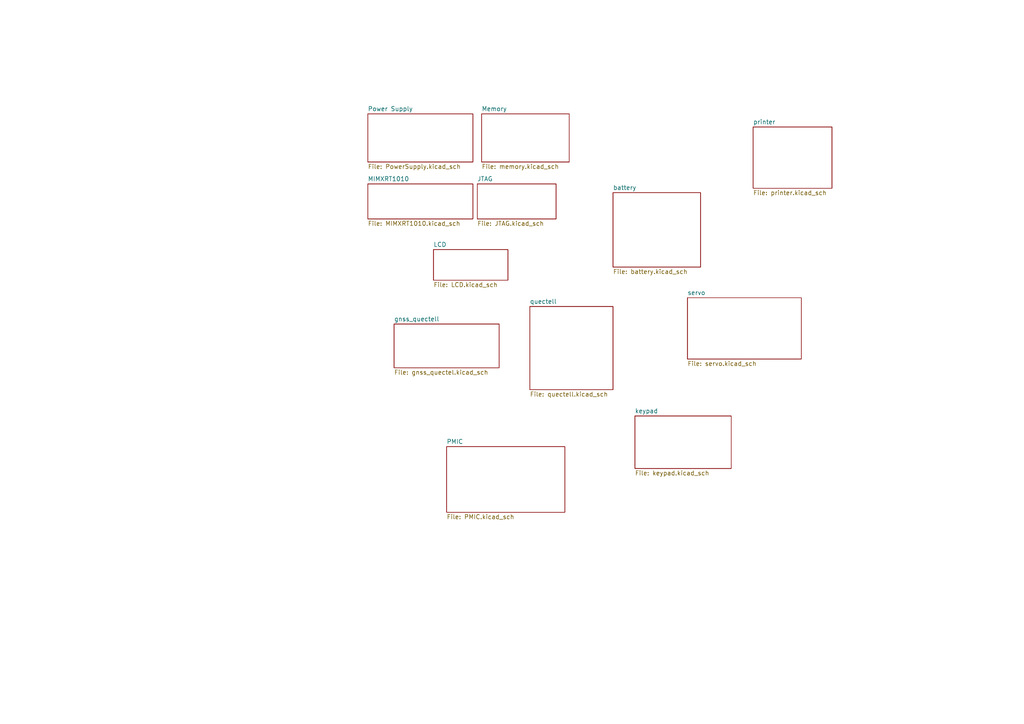
<source format=kicad_sch>
(kicad_sch
	(version 20231120)
	(generator "eeschema")
	(generator_version "8.0")
	(uuid "7e5ed2de-adc7-481a-a10e-7326381f5ab2")
	(paper "A4")
	(lib_symbols)
	(sheet
		(at 106.68 33.02)
		(size 30.48 13.97)
		(fields_autoplaced yes)
		(stroke
			(width 0.1524)
			(type solid)
		)
		(fill
			(color 0 0 0 0.0000)
		)
		(uuid "0c446b05-2ff4-4319-859d-c1e217bf307a")
		(property "Sheetname" "Power Supply"
			(at 106.68 32.3084 0)
			(effects
				(font
					(size 1.27 1.27)
				)
				(justify left bottom)
			)
		)
		(property "Sheetfile" "PowerSupply.kicad_sch"
			(at 106.68 47.5746 0)
			(effects
				(font
					(size 1.27 1.27)
				)
				(justify left top)
			)
		)
		(instances
			(project "qris_iot"
				(path "/7e5ed2de-adc7-481a-a10e-7326381f5ab2"
					(page "4")
				)
			)
		)
	)
	(sheet
		(at 139.7 33.02)
		(size 25.4 13.97)
		(fields_autoplaced yes)
		(stroke
			(width 0.1524)
			(type solid)
		)
		(fill
			(color 0 0 0 0.0000)
		)
		(uuid "3a49048d-1b84-466c-a1d5-4c6dc1ec4d2e")
		(property "Sheetname" "Memory"
			(at 139.7 32.3084 0)
			(effects
				(font
					(size 1.27 1.27)
				)
				(justify left bottom)
			)
		)
		(property "Sheetfile" "memory.kicad_sch"
			(at 139.7 47.5746 0)
			(effects
				(font
					(size 1.27 1.27)
				)
				(justify left top)
			)
		)
		(instances
			(project "qris_iot"
				(path "/7e5ed2de-adc7-481a-a10e-7326381f5ab2"
					(page "5")
				)
			)
		)
	)
	(sheet
		(at 218.44 36.83)
		(size 22.86 17.78)
		(fields_autoplaced yes)
		(stroke
			(width 0.1524)
			(type solid)
		)
		(fill
			(color 0 0 0 0.0000)
		)
		(uuid "46e46a12-b061-48fb-9225-3d8e4465a4b0")
		(property "Sheetname" "printer"
			(at 218.44 36.1184 0)
			(effects
				(font
					(size 1.27 1.27)
				)
				(justify left bottom)
			)
		)
		(property "Sheetfile" "printer.kicad_sch"
			(at 218.44 55.1946 0)
			(effects
				(font
					(size 1.27 1.27)
				)
				(justify left top)
			)
		)
		(instances
			(project "qris_iot"
				(path "/7e5ed2de-adc7-481a-a10e-7326381f5ab2"
					(page "11")
				)
			)
		)
	)
	(sheet
		(at 177.8 55.88)
		(size 25.4 21.59)
		(fields_autoplaced yes)
		(stroke
			(width 0.1524)
			(type solid)
		)
		(fill
			(color 0 0 0 0.0000)
		)
		(uuid "58579155-fb6f-4e8f-815b-ef29eb609da0")
		(property "Sheetname" "battery"
			(at 177.8 55.1684 0)
			(effects
				(font
					(size 1.27 1.27)
				)
				(justify left bottom)
			)
		)
		(property "Sheetfile" "battery.kicad_sch"
			(at 177.8 78.0546 0)
			(effects
				(font
					(size 1.27 1.27)
				)
				(justify left top)
			)
		)
		(instances
			(project "qris_iot"
				(path "/7e5ed2de-adc7-481a-a10e-7326381f5ab2"
					(page "13")
				)
			)
		)
	)
	(sheet
		(at 184.15 120.65)
		(size 27.94 15.24)
		(fields_autoplaced yes)
		(stroke
			(width 0.1524)
			(type solid)
		)
		(fill
			(color 0 0 0 0.0000)
		)
		(uuid "6da800c5-b029-4710-b0da-d69ee516648b")
		(property "Sheetname" "keypad"
			(at 184.15 119.9384 0)
			(effects
				(font
					(size 1.27 1.27)
				)
				(justify left bottom)
			)
		)
		(property "Sheetfile" "keypad.kicad_sch"
			(at 184.15 136.4746 0)
			(effects
				(font
					(size 1.27 1.27)
				)
				(justify left top)
			)
		)
		(instances
			(project "qris_iot"
				(path "/7e5ed2de-adc7-481a-a10e-7326381f5ab2"
					(page "12")
				)
			)
		)
	)
	(sheet
		(at 129.54 129.54)
		(size 34.29 19.05)
		(fields_autoplaced yes)
		(stroke
			(width 0.1524)
			(type solid)
		)
		(fill
			(color 0 0 0 0.0000)
		)
		(uuid "aa59cde8-20ea-43dd-b95c-fd860bb29632")
		(property "Sheetname" "PMIC"
			(at 129.54 128.8284 0)
			(effects
				(font
					(size 1.27 1.27)
				)
				(justify left bottom)
			)
		)
		(property "Sheetfile" "PMIC.kicad_sch"
			(at 129.54 149.1746 0)
			(effects
				(font
					(size 1.27 1.27)
				)
				(justify left top)
			)
		)
		(instances
			(project "qris_iot"
				(path "/7e5ed2de-adc7-481a-a10e-7326381f5ab2"
					(page "13")
				)
			)
		)
	)
	(sheet
		(at 138.43 53.34)
		(size 22.86 10.16)
		(fields_autoplaced yes)
		(stroke
			(width 0.1524)
			(type solid)
		)
		(fill
			(color 0 0 0 0.0000)
		)
		(uuid "bc1bc942-217a-4c88-8a59-99e6984774bc")
		(property "Sheetname" "JTAG"
			(at 138.43 52.6284 0)
			(effects
				(font
					(size 1.27 1.27)
				)
				(justify left bottom)
			)
		)
		(property "Sheetfile" "JTAG.kicad_sch"
			(at 138.43 64.0846 0)
			(effects
				(font
					(size 1.27 1.27)
				)
				(justify left top)
			)
		)
		(instances
			(project "qris_iot"
				(path "/7e5ed2de-adc7-481a-a10e-7326381f5ab2"
					(page "3")
				)
			)
		)
	)
	(sheet
		(at 199.39 86.36)
		(size 33.02 17.78)
		(fields_autoplaced yes)
		(stroke
			(width 0.1524)
			(type solid)
		)
		(fill
			(color 0 0 0 0.0000)
		)
		(uuid "c3ebd24a-4ab3-495d-9a68-320b62836308")
		(property "Sheetname" "servo"
			(at 199.39 85.6484 0)
			(effects
				(font
					(size 1.27 1.27)
				)
				(justify left bottom)
			)
		)
		(property "Sheetfile" "servo.kicad_sch"
			(at 199.39 104.7246 0)
			(effects
				(font
					(size 1.27 1.27)
				)
				(justify left top)
			)
		)
		(instances
			(project "qris_iot"
				(path "/7e5ed2de-adc7-481a-a10e-7326381f5ab2"
					(page "9")
				)
			)
		)
	)
	(sheet
		(at 153.67 88.9)
		(size 24.13 24.13)
		(fields_autoplaced yes)
		(stroke
			(width 0.1524)
			(type solid)
		)
		(fill
			(color 0 0 0 0.0000)
		)
		(uuid "c4c320b1-345f-4a0c-9cd9-2a1d41957a84")
		(property "Sheetname" "quectell"
			(at 153.67 88.1884 0)
			(effects
				(font
					(size 1.27 1.27)
				)
				(justify left bottom)
			)
		)
		(property "Sheetfile" "quectell.kicad_sch"
			(at 153.67 113.6146 0)
			(effects
				(font
					(size 1.27 1.27)
				)
				(justify left top)
			)
		)
		(instances
			(project "qris_iot"
				(path "/7e5ed2de-adc7-481a-a10e-7326381f5ab2"
					(page "8")
				)
			)
		)
	)
	(sheet
		(at 125.73 72.39)
		(size 21.59 8.89)
		(fields_autoplaced yes)
		(stroke
			(width 0.1524)
			(type solid)
		)
		(fill
			(color 0 0 0 0.0000)
		)
		(uuid "d08d1557-25ee-4732-8348-3128948f98fe")
		(property "Sheetname" "LCD"
			(at 125.73 71.6784 0)
			(effects
				(font
					(size 1.27 1.27)
				)
				(justify left bottom)
			)
		)
		(property "Sheetfile" "LCD.kicad_sch"
			(at 125.73 81.8646 0)
			(effects
				(font
					(size 1.27 1.27)
				)
				(justify left top)
			)
		)
		(instances
			(project "qris_iot"
				(path "/7e5ed2de-adc7-481a-a10e-7326381f5ab2"
					(page "6")
				)
			)
		)
	)
	(sheet
		(at 114.3 93.98)
		(size 30.48 12.7)
		(fields_autoplaced yes)
		(stroke
			(width 0.1524)
			(type solid)
		)
		(fill
			(color 0 0 0 0.0000)
		)
		(uuid "e0609752-8e54-478c-9e12-ece1efd64546")
		(property "Sheetname" "gnss_quectell"
			(at 114.3 93.2684 0)
			(effects
				(font
					(size 1.27 1.27)
				)
				(justify left bottom)
			)
		)
		(property "Sheetfile" "gnss_quectel.kicad_sch"
			(at 114.3 107.2646 0)
			(effects
				(font
					(size 1.27 1.27)
				)
				(justify left top)
			)
		)
		(instances
			(project "qris_iot"
				(path "/7e5ed2de-adc7-481a-a10e-7326381f5ab2"
					(page "9")
				)
			)
		)
	)
	(sheet
		(at 106.68 53.34)
		(size 30.48 10.16)
		(fields_autoplaced yes)
		(stroke
			(width 0.1524)
			(type solid)
		)
		(fill
			(color 0 0 0 0.0000)
		)
		(uuid "e341b5a8-5316-4d5d-b7d7-b45804f43f64")
		(property "Sheetname" "MIMXRT1010"
			(at 106.68 52.6284 0)
			(effects
				(font
					(size 1.27 1.27)
				)
				(justify left bottom)
			)
		)
		(property "Sheetfile" "MIMXRT1010.kicad_sch"
			(at 106.68 64.0846 0)
			(effects
				(font
					(size 1.27 1.27)
				)
				(justify left top)
			)
		)
		(instances
			(project "qris_iot"
				(path "/7e5ed2de-adc7-481a-a10e-7326381f5ab2"
					(page "2")
				)
			)
		)
	)
	(sheet_instances
		(path "/"
			(page "1")
		)
	)
)

</source>
